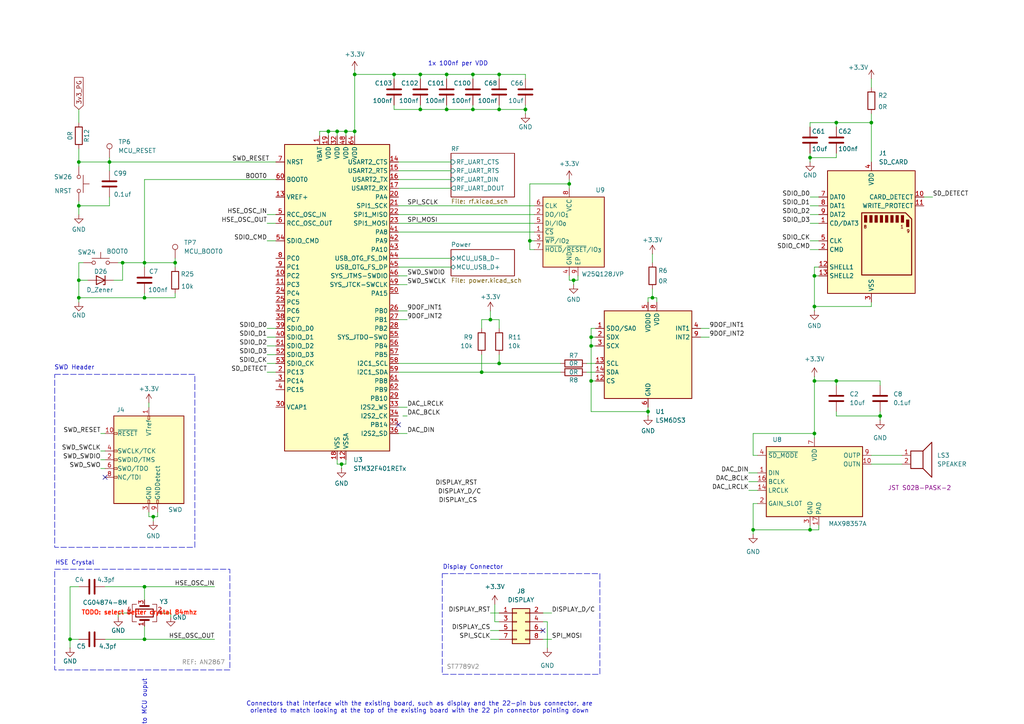
<source format=kicad_sch>
(kicad_sch (version 20250114) (generator "eeschema") (generator_version "9.0")
  (paper "A4")
  (rectangle (start 15.875 108.585) (end 56.515 158.75) (stroke (width 0) (type dash)))
  (rectangle (start 128.27 166.37) (end 173.99 195.58) (stroke (width 0) (type dash)))
  (rectangle (start 15.875 165.1) (end 66.675 194.31) (stroke (width 0) (type dash)))
  (text "ST7789V2" (at 129.54 194.31 0) (effects (font (size 1.27 1.27)) (justify left bottom)))
  (text "SWD Header" (at 15.748 107.442 0) (effects (font (size 1.27 1.27)) (justify left bottom)))
  (text "HSE Crystal" (at 16.002 162.56 0) (effects (font (size 1.27 1.27)) (justify left top)))
  (text "TODO: select better crystal 84mhz\n" (at 40.386 177.8 0) (effects (font (size 1.27 1.27) (thickness 0.254) (bold yes))))
  (text "REF: AN2867" (at 65.278 191.516 0) (effects (font (size 1.27 1.27)) (justify right top)))
  (text "1x 100nf per VDD" (at 132.842 18.542 0) (effects (font (size 1.27 1.27))))
  (text "Display Connector" (at 128.397 163.83 0) (effects (font (size 1.27 1.27)) (justify left top)))
  (text "seems connected to MCU ouput" (at 41.91 212.344 90) (effects (font (size 1.27 1.27))))
  (text "Connectors that interface with the existing board, such as display and the 22-pin bus connector, are\noriented to match looking at the top of the existing board with the 22 pin connector pointing down" (at 121.666 205.232 0) (effects (font (size 1.27 1.27))))
  (junction (at 144.78 105.41))
  (junction (at 41.91 170.18))
  (junction (at 242.57 110.49))
  (junction (at 95.25 38.1))
  (junction (at 48.26 279.4))
  (junction (at 171.45 100.33))
  (junction (at 236.22 80.01))
  (junction (at 144.78 21.59))
  (junction (at 139.7 107.95))
  (junction (at 100.33 38.1))
  (junction (at 99.06 134.62))
  (junction (at 234.95 153.67))
  (junction (at 22.86 46.99))
  (junction (at 137.16 31.75))
  (junction (at 31.75 46.99))
  (junction (at 236.22 88.9))
  (junction (at 129.54 31.75))
  (junction (at 41.91 76.2))
  (junction (at 187.96 119.38))
  (junction (at 142.24 92.71))
  (junction (at 152.4 31.75))
  (junction (at 20.32 185.42))
  (junction (at 121.92 31.75))
  (junction (at 102.87 21.59))
  (junction (at 41.91 185.42))
  (junction (at 242.57 35.56))
  (junction (at 255.27 120.65))
  (junction (at 218.44 153.67))
  (junction (at 166.37 81.28))
  (junction (at 114.3 21.59))
  (junction (at 50.8 76.2))
  (junction (at 22.86 86.36))
  (junction (at 171.45 97.79))
  (junction (at 189.23 86.36))
  (junction (at 234.95 45.72))
  (junction (at 165.1 53.34))
  (junction (at 41.91 86.36))
  (junction (at 22.86 81.28))
  (junction (at 153.67 69.85))
  (junction (at 44.45 149.86))
  (junction (at 35.56 76.2))
  (junction (at 144.78 31.75))
  (junction (at 102.87 38.1))
  (junction (at 121.92 21.59))
  (junction (at 129.54 21.59))
  (junction (at 252.73 35.56))
  (junction (at 236.22 110.49))
  (junction (at 236.22 125.73))
  (junction (at 137.16 21.59))
  (junction (at 171.45 110.49))
  (junction (at 22.86 59.69))
  (junction (at 97.79 38.1))
  (no_connect (at 115.57 123.19))
  (no_connect (at 30.48 138.43))
  (no_connect (at 157.48 182.88))
  (wire (pts (xy 22.86 86.36) (xy 41.91 86.36)))
  (wire (pts (xy 115.57 92.71) (xy 118.11 92.71)))
  (wire (pts (xy 31.75 57.15) (xy 31.75 59.69)))
  (wire (pts (xy 189.23 83.82) (xy 189.23 86.36)))
  (wire (pts (xy 20.32 185.42) (xy 20.32 187.96)))
  (wire (pts (xy 31.75 49.53) (xy 31.75 46.99)))
  (wire (pts (xy 99.06 134.62) (xy 100.33 134.62)))
  (wire (pts (xy 153.67 53.34) (xy 165.1 53.34)))
  (wire (pts (xy 139.7 95.25) (xy 139.7 92.71)))
  (wire (pts (xy 255.27 120.65) (xy 255.27 121.92)))
  (wire (pts (xy 157.48 177.8) (xy 160.02 177.8)))
  (wire (pts (xy 45.72 148.59) (xy 45.72 149.86)))
  (wire (pts (xy 22.86 46.99) (xy 22.86 48.26)))
  (wire (pts (xy 171.45 97.79) (xy 171.45 100.33)))
  (wire (pts (xy 234.95 35.56) (xy 242.57 35.56)))
  (wire (pts (xy 137.16 21.59) (xy 137.16 22.86)))
  (wire (pts (xy 22.86 31.75) (xy 22.86 35.56)))
  (wire (pts (xy 115.57 105.41) (xy 144.78 105.41)))
  (wire (pts (xy 45.72 279.4) (xy 48.26 279.4)))
  (wire (pts (xy 121.92 30.48) (xy 121.92 31.75)))
  (wire (pts (xy 218.44 153.67) (xy 218.44 154.94)))
  (wire (pts (xy 234.95 62.23) (xy 237.49 62.23)))
  (wire (pts (xy 62.23 185.42) (xy 41.91 185.42)))
  (wire (pts (xy 217.17 139.7) (xy 219.71 139.7)))
  (wire (pts (xy 29.21 125.73) (xy 30.48 125.73)))
  (wire (pts (xy 242.57 120.65) (xy 255.27 120.65)))
  (wire (pts (xy 35.56 257.81) (xy 35.56 260.35)))
  (wire (pts (xy 80.01 102.87) (xy 77.47 102.87)))
  (wire (pts (xy 102.87 38.1) (xy 100.33 38.1)))
  (wire (pts (xy 234.95 36.83) (xy 234.95 35.56)))
  (wire (pts (xy 100.33 134.62) (xy 100.33 133.35)))
  (wire (pts (xy 218.44 146.05) (xy 219.71 146.05)))
  (wire (pts (xy 187.96 87.63) (xy 187.96 86.36)))
  (wire (pts (xy 187.96 86.36) (xy 189.23 86.36)))
  (wire (pts (xy 166.37 81.28) (xy 166.37 82.55)))
  (wire (pts (xy 24.13 76.2) (xy 22.86 76.2)))
  (wire (pts (xy 142.24 177.8) (xy 144.78 177.8)))
  (wire (pts (xy 62.23 170.18) (xy 41.91 170.18)))
  (wire (pts (xy 35.56 76.2) (xy 41.91 76.2)))
  (wire (pts (xy 46.99 177.8) (xy 49.53 177.8)))
  (wire (pts (xy 234.95 64.77) (xy 237.49 64.77)))
  (wire (pts (xy 60.96 242.57) (xy 60.96 245.11)))
  (wire (pts (xy 29.21 135.89) (xy 30.48 135.89)))
  (wire (pts (xy 48.26 279.4) (xy 48.26 281.94)))
  (wire (pts (xy 5.08 270.51) (xy 5.08 273.05)))
  (wire (pts (xy 267.97 57.15) (xy 270.51 57.15)))
  (wire (pts (xy 66.04 279.4) (xy 66.04 278.13)))
  (wire (pts (xy 234.95 44.45) (xy 234.95 45.72)))
  (wire (pts (xy 115.57 49.53) (xy 130.81 49.53)))
  (wire (pts (xy 30.48 185.42) (xy 41.91 185.42)))
  (wire (pts (xy 165.1 52.07) (xy 165.1 53.34)))
  (wire (pts (xy 171.45 100.33) (xy 171.45 110.49)))
  (wire (pts (xy 143.51 180.34) (xy 144.78 180.34)))
  (wire (pts (xy 171.45 110.49) (xy 171.45 119.38)))
  (wire (pts (xy 142.24 90.17) (xy 142.24 92.71)))
  (wire (pts (xy 114.3 21.59) (xy 121.92 21.59)))
  (wire (pts (xy 114.3 31.75) (xy 114.3 30.48)))
  (wire (pts (xy 154.94 72.39) (xy 153.67 72.39)))
  (wire (pts (xy 153.67 72.39) (xy 153.67 69.85)))
  (wire (pts (xy 40.64 242.57) (xy 40.64 245.11)))
  (wire (pts (xy 80.01 105.41) (xy 77.47 105.41)))
  (wire (pts (xy 20.32 185.42) (xy 22.86 185.42)))
  (wire (pts (xy 129.54 31.75) (xy 121.92 31.75)))
  (wire (pts (xy 129.54 21.59) (xy 129.54 22.86)))
  (wire (pts (xy 115.57 125.73) (xy 118.11 125.73)))
  (wire (pts (xy 236.22 88.9) (xy 236.22 90.17)))
  (wire (pts (xy 22.86 46.99) (xy 31.75 46.99)))
  (wire (pts (xy 115.57 107.95) (xy 139.7 107.95)))
  (wire (pts (xy 102.87 21.59) (xy 114.3 21.59)))
  (wire (pts (xy -1.27 275.59) (xy 5.08 275.59)))
  (wire (pts (xy 20.32 170.18) (xy 20.32 185.42)))
  (wire (pts (xy 152.4 22.86) (xy 152.4 21.59)))
  (wire (pts (xy 166.37 81.28) (xy 165.1 81.28)))
  (wire (pts (xy 121.92 21.59) (xy 129.54 21.59)))
  (wire (pts (xy 170.18 105.41) (xy 172.72 105.41)))
  (wire (pts (xy 255.27 110.49) (xy 255.27 111.76)))
  (wire (pts (xy 22.86 43.18) (xy 22.86 46.99)))
  (wire (pts (xy 115.57 118.11) (xy 118.11 118.11)))
  (wire (pts (xy 152.4 31.75) (xy 152.4 33.02)))
  (wire (pts (xy 50.8 257.81) (xy 50.8 279.4)))
  (wire (pts (xy 217.17 137.16) (xy 219.71 137.16)))
  (wire (pts (xy 166.37 81.28) (xy 167.64 81.28)))
  (wire (pts (xy 115.57 54.61) (xy 130.81 54.61)))
  (wire (pts (xy 144.78 21.59) (xy 137.16 21.59)))
  (wire (pts (xy 44.45 149.86) (xy 43.18 149.86)))
  (wire (pts (xy 22.86 86.36) (xy 22.86 87.63)))
  (wire (pts (xy 114.3 21.59) (xy 114.3 22.86)))
  (wire (pts (xy 234.95 153.67) (xy 237.49 153.67)))
  (wire (pts (xy 80.01 95.25) (xy 77.47 95.25)))
  (wire (pts (xy -1.27 273.05) (xy 5.08 273.05)))
  (wire (pts (xy 236.22 109.22) (xy 236.22 110.49)))
  (wire (pts (xy 189.23 73.66) (xy 189.23 76.2)))
  (wire (pts (xy 102.87 20.32) (xy 102.87 21.59)))
  (wire (pts (xy 139.7 92.71) (xy 142.24 92.71)))
  (wire (pts (xy 152.4 30.48) (xy 152.4 31.75)))
  (wire (pts (xy 152.4 31.75) (xy 144.78 31.75)))
  (wire (pts (xy 252.73 22.86) (xy 252.73 25.4)))
  (wire (pts (xy 171.45 119.38) (xy 187.96 119.38)))
  (wire (pts (xy 236.22 77.47) (xy 236.22 80.01)))
  (wire (pts (xy 55.88 242.57) (xy 55.88 245.11)))
  (wire (pts (xy 35.56 81.28) (xy 35.56 76.2)))
  (wire (pts (xy 77.47 64.77) (xy 80.01 64.77)))
  (wire (pts (xy 22.86 170.18) (xy 20.32 170.18)))
  (wire (pts (xy 242.57 110.49) (xy 255.27 110.49)))
  (wire (pts (xy 22.86 59.69) (xy 31.75 59.69)))
  (wire (pts (xy 218.44 125.73) (xy 218.44 132.08)))
  (wire (pts (xy 95.25 38.1) (xy 95.25 39.37)))
  (wire (pts (xy 50.8 85.09) (xy 50.8 86.36)))
  (wire (pts (xy 121.92 21.59) (xy 121.92 22.86)))
  (wire (pts (xy 22.86 81.28) (xy 25.4 81.28)))
  (wire (pts (xy 115.57 46.99) (xy 130.81 46.99)))
  (wire (pts (xy 41.91 76.2) (xy 41.91 77.47)))
  (wire (pts (xy 95.25 38.1) (xy 97.79 38.1)))
  (wire (pts (xy 236.22 125.73) (xy 218.44 125.73)))
  (wire (pts (xy 234.95 72.39) (xy 237.49 72.39)))
  (wire (pts (xy 142.24 92.71) (xy 144.78 92.71)))
  (wire (pts (xy 252.73 134.62) (xy 261.62 134.62)))
  (wire (pts (xy 115.57 67.31) (xy 154.94 67.31)))
  (wire (pts (xy 237.49 153.67) (xy 237.49 152.4)))
  (wire (pts (xy 115.57 77.47) (xy 130.81 77.47)))
  (wire (pts (xy 234.95 45.72) (xy 234.95 46.99)))
  (wire (pts (xy 129.54 30.48) (xy 129.54 31.75)))
  (wire (pts (xy 252.73 35.56) (xy 252.73 46.99)))
  (wire (pts (xy 115.57 90.17) (xy 118.11 90.17)))
  (wire (pts (xy 22.86 81.28) (xy 22.86 86.36)))
  (wire (pts (xy 41.91 86.36) (xy 41.91 85.09)))
  (wire (pts (xy 189.23 86.36) (xy 190.5 86.36)))
  (wire (pts (xy 22.86 59.69) (xy 22.86 58.42)))
  (wire (pts (xy 218.44 146.05) (xy 218.44 153.67)))
  (wire (pts (xy 30.48 133.35) (xy 29.21 133.35)))
  (wire (pts (xy 234.95 45.72) (xy 242.57 45.72)))
  (wire (pts (xy 236.22 80.01) (xy 236.22 88.9)))
  (wire (pts (xy 144.78 105.41) (xy 162.56 105.41)))
  (wire (pts (xy 50.8 86.36) (xy 41.91 86.36)))
  (wire (pts (xy 255.27 120.65) (xy 255.27 119.38)))
  (wire (pts (xy 60.96 257.81) (xy 60.96 260.35)))
  (wire (pts (xy 236.22 110.49) (xy 236.22 125.73)))
  (wire (pts (xy 45.72 257.81) (xy 45.72 279.4)))
  (wire (pts (xy 172.72 110.49) (xy 171.45 110.49)))
  (wire (pts (xy 58.42 257.81) (xy 58.42 260.35)))
  (wire (pts (xy 144.78 31.75) (xy 137.16 31.75)))
  (wire (pts (xy 171.45 97.79) (xy 172.72 97.79)))
  (wire (pts (xy 252.73 88.9) (xy 252.73 87.63)))
  (wire (pts (xy 50.8 74.93) (xy 50.8 76.2)))
  (wire (pts (xy 252.73 33.02) (xy 252.73 35.56)))
  (wire (pts (xy 44.45 149.86) (xy 44.45 151.13)))
  (wire (pts (xy 236.22 110.49) (xy 242.57 110.49)))
  (wire (pts (xy 40.64 257.81) (xy 40.64 260.35)))
  (wire (pts (xy 144.78 30.48) (xy 144.78 31.75)))
  (wire (pts (xy 144.78 92.71) (xy 144.78 95.25)))
  (wire (pts (xy 41.91 185.42) (xy 41.91 181.61)))
  (wire (pts (xy 237.49 77.47) (xy 236.22 77.47)))
  (wire (pts (xy 33.02 81.28) (xy 35.56 81.28)))
  (wire (pts (xy 5.08 275.59) (xy 5.08 278.13)))
  (wire (pts (xy 139.7 102.87) (xy 139.7 107.95)))
  (wire (pts (xy 43.18 116.84) (xy 43.18 118.11)))
  (wire (pts (xy 142.24 185.42) (xy 144.78 185.42)))
  (wire (pts (xy 187.96 119.38) (xy 187.96 120.65)))
  (wire (pts (xy 115.57 52.07) (xy 130.81 52.07)))
  (wire (pts (xy 43.18 257.81) (xy 43.18 260.35)))
  (wire (pts (xy 41.91 52.07) (xy 80.01 52.07)))
  (wire (pts (xy 41.91 76.2) (xy 50.8 76.2)))
  (wire (pts (xy 242.57 44.45) (xy 242.57 45.72)))
  (wire (pts (xy 115.57 80.01) (xy 118.11 80.01)))
  (wire (pts (xy 55.88 279.4) (xy 66.04 279.4)))
  (wire (pts (xy 95.25 38.1) (xy 92.71 38.1)))
  (wire (pts (xy 34.29 179.07) (xy 34.29 177.8)))
  (wire (pts (xy 31.75 45.72) (xy 31.75 46.99)))
  (wire (pts (xy 115.57 59.69) (xy 154.94 59.69)))
  (wire (pts (xy 30.48 130.81) (xy 29.21 130.81)))
  (wire (pts (xy 97.79 134.62) (xy 99.06 134.62)))
  (wire (pts (xy 167.64 81.28) (xy 167.64 80.01)))
  (wire (pts (xy 115.57 62.23) (xy 154.94 62.23)))
  (wire (pts (xy 144.78 102.87) (xy 144.78 105.41)))
  (wire (pts (xy 129.54 21.59) (xy 137.16 21.59)))
  (wire (pts (xy 55.88 257.81) (xy 55.88 279.4)))
  (wire (pts (xy 142.24 182.88) (xy 144.78 182.88)))
  (wire (pts (xy 99.06 134.62) (xy 99.06 135.89)))
  (wire (pts (xy 48.26 257.81) (xy 48.26 279.4)))
  (wire (pts (xy 203.2 95.25) (xy 205.74 95.25)))
  (wire (pts (xy 45.72 242.57) (xy 45.72 245.11)))
  (wire (pts (xy 38.1 242.57) (xy 38.1 245.11)))
  (wire (pts (xy 218.44 153.67) (xy 234.95 153.67)))
  (wire (pts (xy 234.95 152.4) (xy 234.95 153.67)))
  (wire (pts (xy 97.79 38.1) (xy 97.79 39.37)))
  (wire (pts (xy 50.8 242.57) (xy 50.8 245.11)))
  (wire (pts (xy 242.57 35.56) (xy 242.57 36.83)))
  (wire (pts (xy 43.18 149.86) (xy 43.18 148.59)))
  (wire (pts (xy 242.57 119.38) (xy 242.57 120.65)))
  (wire (pts (xy 171.45 100.33) (xy 172.72 100.33)))
  (wire (pts (xy 41.91 170.18) (xy 41.91 173.99)))
  (wire (pts (xy 50.8 279.4) (xy 48.26 279.4)))
  (wire (pts (xy 234.95 59.69) (xy 237.49 59.69)))
  (wire (pts (xy 121.92 31.75) (xy 114.3 31.75)))
  (wire (pts (xy 190.5 86.36) (xy 190.5 87.63)))
  (wire (pts (xy 115.57 64.77) (xy 154.94 64.77)))
  (wire (pts (xy 116.84 120.65) (xy 118.11 120.65)))
  (wire (pts (xy 102.87 38.1) (xy 102.87 39.37)))
  (wire (pts (xy 236.22 80.01) (xy 237.49 80.01)))
  (wire (pts (xy 97.79 38.1) (xy 100.33 38.1)))
  (wire (pts (xy 165.1 53.34) (xy 165.1 54.61)))
  (wire (pts (xy 115.57 74.93) (xy 130.81 74.93)))
  (wire (pts (xy 236.22 125.73) (xy 236.22 127)))
  (wire (pts (xy 218.44 132.08) (xy 219.71 132.08)))
  (wire (pts (xy 153.67 69.85) (xy 153.67 53.34)))
  (wire (pts (xy 100.33 38.1) (xy 100.33 39.37)))
  (wire (pts (xy 30.48 170.18) (xy 41.91 170.18)))
  (wire (pts (xy 252.73 132.08) (xy 261.62 132.08)))
  (wire (pts (xy 77.47 69.85) (xy 80.01 69.85)))
  (wire (pts (xy 236.22 88.9) (xy 252.73 88.9)))
  (wire (pts (xy 48.26 242.57) (xy 48.26 245.11)))
  (wire (pts (xy 38.1 257.81) (xy 38.1 260.35)))
  (wire (pts (xy 34.29 177.8) (xy 36.83 177.8)))
  (wire (pts (xy 242.57 35.56) (xy 252.73 35.56)))
  (wire (pts (xy 154.94 69.85) (xy 153.67 69.85)))
  (wire (pts (xy 217.17 142.24) (xy 219.71 142.24)))
  (wire (pts (xy 144.78 21.59) (xy 144.78 22.86)))
  (wire (pts (xy 102.87 21.59) (xy 102.87 38.1)))
  (wire (pts (xy 35.56 76.2) (xy 34.29 76.2)))
  (wire (pts (xy 203.2 97.79) (xy 205.74 97.79)))
  (wire (pts (xy 50.8 77.47) (xy 50.8 76.2)))
  (wire (pts (xy 45.72 149.86) (xy 44.45 149.86)))
  (wire (pts (xy 157.48 185.42) (xy 160.02 185.42)))
  (wire (pts (xy 58.42 242.57) (xy 58.42 245.11)))
  (wire (pts (xy 152.4 21.59) (xy 144.78 21.59)))
  (wire (pts (xy 171.45 95.25) (xy 171.45 97.79)))
  (wire (pts (xy 80.01 97.79) (xy 77.47 97.79)))
  (wire (pts (xy 80.01 100.33) (xy 77.47 100.33)))
  (wire (pts (xy 172.72 95.25) (xy 171.45 95.25)))
  (wire (pts (xy 49.53 177.8) (xy 49.53 179.07)))
  (wire (pts (xy 53.34 242.57) (xy 53.34 245.11)))
  (wire (pts (xy 242.57 110.49) (xy 242.57 111.76)))
  (wire (pts (xy 35.56 242.57) (xy 35.56 245.11)))
  (wire (pts (xy 97.79 133.35) (xy 97.79 134.62)))
  (wire (pts (xy 137.16 30.48) (xy 137.16 31.75)))
  (wire (pts (xy 22.86 76.2) (xy 22.86 81.28)))
  (wire (pts (xy 143.51 175.26) (xy 143.51 180.34)))
  (wire (pts (xy 187.96 118.11) (xy 187.96 119.38)))
  (wire (pts (xy 158.75 180.34) (xy 158.75 187.96)))
  (wire (pts (xy 43.18 242.57) (xy 43.18 245.11)))
  (wire (pts (xy 22.86 59.69) (xy 22.86 62.23)))
  (wire (pts (xy 170.18 107.95) (xy 172.72 107.95)))
  (wire (pts (xy 31.75 46.99) (xy 80.01 46.99)))
  (wire (pts (xy 80.01 107.95) (xy 77.47 107.95)))
  (wire (pts (xy 158.75 180.34) (xy 157.48 180.34)))
  (wire (pts (xy 139.7 107.95) (xy 162.56 107.95)))
  (wire (pts (xy 234.95 69.85) (xy 237.49 69.85)))
  (wire (pts (xy 115.57 82.55) (xy 118.11 82.55)))
  (wire (pts (xy 137.16 31.75) (xy 129.54 31.75)))
  (wire (pts (xy 41.91 52.07) (xy 41.91 76.2)))
  (wire (pts (xy 77.47 62.23) (xy 80.01 62.23)))
  (wire (pts (xy 92.71 38.1) (xy 92.71 39.37)))
  (wire (pts (xy 234.95 57.15) (xy 237.49 57.15)))
  (wire (pts (xy 165.1 80.01) (xy 165.1 81.28)))
  (label "FRONT_G_IR" (at 45.72 242.57 90))
  (label "HSE_OSC_OUT" (at 77.47 64.77 180))
  (label "IR_EMITTER+" (at 38.1 260.35 270))
  (label "9DOF_INT1" (at 118.11 90.17 0))
  (label "SPI_MOSI" (at 160.02 185.42 0))
  (label "BTN_TRIGGER+" (at 58.42 260.35 270))
  (label "BTN_RELOAD+" (at 60.96 260.35 270))
  (label "SPI_MOSI" (at 118.11 64.77 0))
  (label "DAC_LRCLK" (at 118.11 118.11 0))
  (label "SDIO_D0" (at 234.95 57.15 180))
  (label "DAC_BCLK" (at 118.11 120.65 0))
  (label "LASER-" (at 35.56 242.57 90))
  (label "DISPLAY_D{slash}C" (at 127 143.51 0))
  (label "SWD_RESET" (at 67.31 46.99 0))
  (label "SWD_RESET" (at 29.21 125.73 180))
  (label "HSE_OSC_OUT" (at 62.23 185.42 180))
  (label "FRONT_Y_LED?" (at 50.8 242.57 90))
  (label "DAC_LRCLK" (at 217.17 142.24 180))
  (label "DISPLAY_D{slash}C" (at 160.02 177.8 0))
  (label "DISPLAY_RST" (at 142.24 177.8 180))
  (label "SDIO_D0" (at 77.47 95.25 180))
  (label "BOOT0" (at 77.47 52.07 180))
  (label "BTN_RELOAD-" (at 60.96 242.57 90))
  (label "SDIO_CMD" (at 77.47 69.85 180))
  (label "9DOF_INT2" (at 205.74 97.79 0))
  (label "SPI_SCLK" (at 118.11 59.69 0))
  (label "SDIO_CMD" (at 234.95 72.39 180))
  (label "SWD_SWDIO" (at 118.11 80.01 0))
  (label "SENSE_GRIP_GND" (at 48.26 260.35 270))
  (label "DAC_DIN" (at 118.11 125.73 0))
  (label "FRONT_W_3v3?" (at 43.18 242.57 90))
  (label "DAC_DIN" (at 217.17 137.16 180))
  (label "BTN_MENU_GND" (at 45.72 260.35 270))
  (label "CAP_DOUT" (at 53.34 242.57 90))
  (label "DISPLAY_CS" (at 138.43 146.05 180))
  (label "SDIO_CK" (at 234.95 69.85 180))
  (label "MOTOR+" (at 40.64 260.35 270))
  (label "SDIO_D1" (at 234.95 59.69 180))
  (label "IR_EMITTER-" (at 38.1 242.57 90))
  (label "SWD_SWO" (at 29.21 135.89 180))
  (label "SWD_SWDIO" (at 29.21 133.35 180))
  (label "BTN_TRIGGER-" (at 58.42 242.57 90))
  (label "LASER+" (at 35.56 260.35 270))
  (label "SDIO_D3" (at 77.47 102.87 180))
  (label "9DOF_INT1" (at 205.74 95.25 0))
  (label "BTN_MENU_3v3" (at 55.88 260.35 270))
  (label "SDIO_D2" (at 234.95 62.23 180))
  (label "SPI_SCLK" (at 142.24 185.42 180))
  (label "DISPLAY_CS" (at 142.24 182.88 180))
  (label "SWD_SWCLK" (at 29.21 130.81 180))
  (label "HSE_OSC_IN" (at 62.23 170.18 180))
  (label "SDIO_CK" (at 77.47 105.41 180))
  (label "9DOF_INT2" (at 118.11 92.71 0))
  (label "SDIO_D3" (at 234.95 64.77 180))
  (label "HSE_OSC_IN" (at 77.47 62.23 180))
  (label "SWD_SWCLK" (at 118.11 82.55 0))
  (label "DAC_BCLK" (at 217.17 139.7 180))
  (label "MOTOR-" (at 40.64 242.57 90))
  (label "DISPLAY_RST" (at 138.43 140.97 180))
  (label "SENSE_GRIP+" (at 48.26 242.57 90))
  (label "SDIO_D2" (at 77.47 100.33 180))
  (label "SD_DETECT" (at 270.51 57.15 0))
  (label "SENSE_GRIP_GND" (at 50.8 260.35 270))
  (label "BTN_MENU" (at 55.88 242.57 90))
  (label "SD_DETECT" (at 77.47 107.95 180))
  (label "FRONT_R_7.4v" (at 43.18 260.35 270))
  (label "SDIO_D1" (at 77.47 97.79 180))
  (global_label "3v3_PG" (shape input) (at 22.86 31.75 90) (property "Intersheetrefs" "${INTERSHEET_REFS}" (effects (hide yes))))
  (symbol (lib_id "power:+3.3V") (at 43.18 116.84 0) (unit 1)
    (property "Reference" "#PWR089" (effects (hide yes)))
    (property "Value" "+3.3V" (at 43.18 112.776 0))
    (property "Description" "Power symbol creates a global label with name \"+3.3V\"" (effects (hide yes)))
  )
  (symbol (lib_id "power:GND") (at 234.95 46.99 0) (mirror y) (unit 1)
    (property "Reference" "#PWR0100" (effects (hide yes)))
    (property "Value" "GND" (at 234.95 50.8 0))
    (property "Description" "Power symbol creates a global label with name \"GND\" , ground" (effects (hide yes)))
  )
  (symbol (lib_id "power:GND") (at 22.86 62.23 0) (mirror y) (unit 1)
    (property "Reference" "#PWR0139" (effects (hide yes)))
    (property "Value" "GND" (at 22.86 66.548 0))
    (property "Description" "Power symbol creates a global label with name \"GND\" , ground" (effects (hide yes)))
  )
  (symbol (lib_id "Device:C") (at 26.67 170.18 90) (unit 1)
    (property "Reference" "C4" (at 24.384 168.148 90) (effects (justify left)))
    (property "Value" "4.3pf" (at 33.274 168.148 90) (effects (justify left)))
    (property "Description" "Unpolarized capacitor" (effects (hide yes)))
  )
  (symbol (lib_id "power:GND") (at 236.22 90.17 0) (mirror y) (unit 1)
    (property "Reference" "#PWR0126" (effects (hide yes)))
    (property "Value" "GND" (at 236.22 94.488 0))
    (property "Description" "Power symbol creates a global label with name \"GND\" , ground" (effects (hide yes)))
  )
  (symbol (lib_id "power:+3.3V") (at 189.23 73.66 0) (unit 1)
    (property "Reference" "#PWR090" (effects (hide yes)))
    (property "Value" "+3.3V" (at 189.23 69.596 0))
    (property "Description" "Power symbol creates a global label with name \"+3.3V\"" (effects (hide yes)))
  )
  (symbol (lib_id "power:GND") (at 49.53 179.07 0) (mirror y) (unit 1)
    (property "Reference" "#PWR080" (effects (hide yes)))
    (property "Value" "GND" (at 52.07 179.07 0))
    (property "Description" "Power symbol creates a global label with name \"GND\" , ground" (effects (hide yes)))
  )
  (symbol (lib_id "Device:C") (at 137.16 26.67 0) (mirror y) (unit 1)
    (property "Reference" "C100" (at 136.652 24.13 0) (effects (justify left)))
    (property "Value" "100nf" (at 136.652 29.21 0) (effects (justify left)))
    (property "Description" "Unpolarized capacitor" (effects (hide yes)))
  )
  (symbol (lib_id "Device:C") (at 41.91 81.28 0) (unit 1)
    (property "Reference" "C7" (at 43.18 78.74 0) (effects (justify left)))
    (property "Value" "100nf" (at 42.926 84.074 0) (effects (justify left)))
    (property "Description" "Unpolarized capacitor" (effects (hide yes)))
  )
  (symbol (lib_id "Device:R") (at 139.7 99.06 0) (mirror y) (unit 1)
    (property "Reference" "R9" (at 137.16 97.7899 0) (effects (justify left)))
    (property "Value" "10k" (at 137.16 100.3299 0) (effects (justify left)))
    (property "Description" "Resistor" (effects (hide yes)))
  )
  (symbol (lib_id "power:+3.3V") (at 165.1 52.07 0) (unit 1)
    (property "Reference" "#PWR0137" (effects (hide yes)))
    (property "Value" "+3.3V" (at 165.1 47.498 0))
    (property "Description" "Power symbol creates a global label with name \"+3.3V\"" (effects (hide yes)))
  )
  (symbol (lib_id "Connector:TestPoint") (at 31.75 45.72 0) (unit 1)
    (property "Reference" "TP6" (at 34.29 41.1479 0) (effects (justify left)))
    (property "Value" "MCU_RESET" (at 34.29 43.6879 0) (effects (justify left)))
    (property "Description" "test point" (effects (hide yes)))
  )
  (symbol (lib_id "Device:C") (at 144.78 26.67 0) (mirror y) (unit 1)
    (property "Reference" "C68" (at 144.272 24.13 0) (effects (justify left)))
    (property "Value" "100nf" (at 144.272 29.21 0) (effects (justify left)))
    (property "Description" "Unpolarized capacitor" (effects (hide yes)))
  )
  (symbol (lib_id "MCU_ST_STM32F4:STM32F401RETx") (at 97.79 87.63 0) (unit 1)
    (property "Reference" "U3" (at 102.4733 133.35 0) (effects (justify left)))
    (property "Value" "STM32F401RETx" (at 102.4733 135.89 0) (effects (justify left)))
    (property "Footprint" "Package_QFP:LQFP-64_10x10mm_P0.5mm" (effects (hide yes)))
    (property "Datasheet" "https://www.st.com/resource/en/datasheet/stm32f401re.pdf" (effects (hide yes)))
    (property "Description" "STMicroelectronics Arm Cortex-M4 MCU, 512KB flash, 96KB RAM, 84 MHz, 1.7-3.6V, 50 GPIO, LQFP64" (effects (hide yes)))
    (pin "6" (alternate "RCC_OSC_OUT"))
    (pin "39" (alternate "SDIO_D0"))
    (pin "54" (alternate "SDIO_CMD"))
    (pin "51" (alternate "SDIO_D2"))
    (pin "40" (alternate "SDIO_D1"))
    (pin "5" (alternate "RCC_OSC_IN"))
    (pin "14" (alternate "USART2_CTS"))
    (pin "15" (alternate "USART2_RTS"))
    (pin "16" (alternate "USART2_TX"))
    (pin "52" (alternate "SDIO_D3"))
    (pin "17" (alternate "USART2_RX"))
    (pin "44" (alternate "USB_OTG_FS_DM"))
    (pin "45" (alternate "USB_OTG_FS_DP"))
    (pin "46" (alternate "SYS_JTMS-SWDIO"))
    (pin "49" (alternate "SYS_JTCK-SWCLK"))
    (pin "55" (alternate "SYS_JTDO-SWO"))
    (pin "58" (alternate "I2C1_SCL"))
    (pin "59" (alternate "I2C1_SDA"))
    (pin "33" (alternate "I2S2_WS"))
    (pin "34" (alternate "I2S2_CK"))
    (pin "36" (alternate "I2S2_SD"))
    (pin "53" (alternate "SDIO_CK"))
    (pin "20" (alternate "PA4"))
    (pin "21" (alternate "SPI1_SCK"))
    (pin "22" (alternate "SPI1_MISO"))
    (pin "23" (alternate "SPI1_MOSI"))
    (pin "10" (alternate "PC2"))
  )
  (symbol (lib_id "power:+3.3V") (at 142.24 90.17 0) (unit 1)
    (property "Reference" "#PWR095" (effects (hide yes)))
    (property "Value" "+3.3V" (at 142.24 86.106 0))
    (property "Description" "Power symbol creates a global label with name \"+3.3V\"" (effects (hide yes)))
  )
  (symbol (lib_id "Device:R") (at 22.86 39.37 0) (unit 1)
    (property "Reference" "R12" (at 25.146 39.37 90))
    (property "Value" "0R" (at 20.32 39.37 90))
    (property "Description" "Resistor" (effects (hide yes)))
  )
  (symbol (lib_id "power:+3.3V") (at 236.22 109.22 0) (unit 1)
    (property "Reference" "#PWR011" (effects (hide yes)))
    (property "Value" "+3.3V" (at 236.22 104.14 0))
    (property "Description" "Power symbol creates a global label with name \"+3.3V\"" (effects (hide yes)))
  )
  (symbol (lib_id "Device:R") (at 50.8 81.28 0) (mirror y) (unit 1)
    (property "Reference" "R25" (at 54.356 79.502 0))
    (property "Value" "10k" (at 54.356 83.058 0))
    (property "Description" "Resistor" (effects (hide yes)))
  )
  (symbol (lib_id "power:+3.3V") (at 143.51 175.26 0) (unit 1)
    (property "Reference" "#PWR09" (effects (hide yes)))
    (property "Value" "+3.3V" (at 143.51 170.18 0))
    (property "Description" "Power symbol creates a global label with name \"+3.3V\"" (effects (hide yes)))
  )
  (symbol (lib_id "Device:Speaker") (at -5.08 234.95 0) (mirror y) (unit 1)
    (property "Reference" "LS2" (at -5.588 226.06 0))
    (property "Value" "Speaker" (at -5.588 228.6 0))
    (property "Description" "Speaker" (effects (hide yes)))
    (property "Conn" "JST S02B-PASK-2" (at -5.08 244.094 0))
  )
  (symbol (lib_id "power:+3.3V") (at 66.04 278.13 0) (unit 1)
    (property "Reference" "#PWR07" (effects (hide yes)))
    (property "Value" "+3.3V" (at 66.04 273.05 0))
    (property "Description" "Power symbol creates a global label with name \"+3.3V\"" (effects (hide yes)))
  )
  (symbol (lib_id "Device:C") (at 234.95 40.64 0) (unit 1)
    (property "Reference" "C61" (at 235.458 38.1 0) (effects (justify left)))
    (property "Value" "10uf" (at 235.458 43.18 0) (effects (justify left)))
    (property "Description" "Unpolarized capacitor" (effects (hide yes)))
  )
  (symbol (lib_id "Device:C") (at 129.54 26.67 0) (mirror y) (unit 1)
    (property "Reference" "C101" (at 129.032 24.13 0) (effects (justify left)))
    (property "Value" "100nf" (at 129.032 29.21 0) (effects (justify left)))
    (property "Description" "Unpolarized capacitor" (effects (hide yes)))
  )
  (symbol (lib_id "power:GND") (at 255.27 121.92 0) (unit 1)
    (property "Reference" "#PWR012" (effects (hide yes)))
    (property "Value" "GND" (at 255.27 127 0))
    (property "Description" "Power symbol creates a global label with name \"GND\" , ground" (effects (hide yes)))
  )
  (symbol (lib_id "Connector_Generic:Conn_02x11_Odd_Even") (at 48.26 250.19 90) (mirror x) (unit 1)
    (property "Reference" "J9" (at 33.02 250.1899 90) (effects (justify left)))
    (property "Value" "IO_CONN" (at 33.02 252.7299 90) (effects (justify left)))
    (property "Description" "Generic connector, double row, 02x11, odd/even pin numbering scheme (row 1 odd numbers, row 2 even numbers), script generated (kicad-library-utils/schlib/autogen/connector/)" (effects (hide yes)))
  )
  (symbol (lib_id "Connector:SD_Card_Receptacle") (at 252.73 67.31 0) (unit 1)
    (property "Reference" "J1" (at 254.8733 44.45 0) (effects (justify left)))
    (property "Value" "SD_CARD" (at 254.8733 46.99 0) (effects (justify left)))
    (property "Datasheet" "http://portal.fciconnect.com/Comergent//fci/drawing/10067847.pdf" (effects (hide yes)))
    (property "Description" "SD card receptacle" (effects (hide yes)))
  )
  (symbol (lib_id "Device:Speaker") (at 266.7 132.08 0) (unit 1)
    (property "Reference" "LS3" (at 271.78 132.0799 0) (effects (justify left)))
    (property "Value" "SPEAKER" (at 271.78 134.6199 0) (effects (justify left)))
    (property "Description" "Speaker" (effects (hide yes)))
    (property "Conn" "JST S02B-PASK-2" (at 266.7 141.478 0))
  )
  (symbol (lib_id "power:GND") (at 20.32 187.96 0) (mirror y) (unit 1)
    (property "Reference" "#PWR082" (effects (hide yes)))
    (property "Value" "GND" (at 20.32 191.77 0))
    (property "Description" "Power symbol creates a global label with name \"GND\" , ground" (effects (hide yes)))
  )
  (symbol (lib_id "Device:D_Zener") (at 29.21 81.28 180) (unit 1)
    (property "Reference" "D26" (at 29.21 78.74 0))
    (property "Value" "D_Zener" (at 28.956 84.074 0))
    (property "Description" "Zener diode" (effects (hide yes)))
  )
  (symbol (lib_id "Audio:MAX98357A") (at 236.22 139.7 0) (unit 1)
    (property "Reference" "U8" (at 224.028 127.508 0) (effects (justify left)))
    (property "Value" "MAX98357A" (at 240.284 151.892 0) (effects (justify left)))
    (property "Footprint" "Package_DFN_QFN:TQFN-16-1EP_3x3mm_P0.5mm_EP1.23x1.23mm" (effects (hide yes)))
    (property "Datasheet" "https://www.analog.com/media/en/technical-documentation/data-sheets/MAX98357A-MAX98357B.pdf" (effects (hide yes)))
    (property "Description" "Mono DAC with amplifier, I2S, PCM, TDM, 32-bit, 96khz, 3.2W, TQFP-16" (effects (hide yes)))
  )
  (symbol (lib_id "Device:R") (at 252.73 29.21 0) (unit 1)
    (property "Reference" "R2" (at 256.032 27.686 0))
    (property "Value" "0R" (at 256.032 30.988 0))
    (property "Description" "Resistor" (effects (hide yes)))
  )
  (symbol (lib_id "Device:R") (at 166.37 107.95 90) (mirror x) (unit 1)
    (property "Reference" "R8" (at 166.37 110.236 90))
    (property "Value" "0R" (at 166.37 107.95 90))
    (property "Description" "Resistor" (effects (hide yes)))
  )
  (symbol (lib_id "power:GND") (at 152.4 33.02 0) (unit 1)
    (property "Reference" "#PWR0102" (effects (hide yes)))
    (property "Value" "GND" (at 152.4 36.83 0))
    (property "Description" "Power symbol creates a global label with name \"GND\" , ground" (effects (hide yes)))
  )
  (symbol (lib_id "power:GND") (at 48.26 281.94 0) (unit 1)
    (property "Reference" "#PWR06" (effects (hide yes)))
    (property "Value" "GND" (at 48.26 287.02 0))
    (property "Description" "Power symbol creates a global label with name \"GND\" , ground" (effects (hide yes)))
  )
  (symbol (lib_id "power:+3.3V") (at 252.73 22.86 0) (unit 1)
    (property "Reference" "#PWR0127" (effects (hide yes)))
    (property "Value" "+3.3V" (at 248.92 19.558 0))
    (property "Description" "Power symbol creates a global label with name \"+3.3V\"" (effects (hide yes)))
  )
  (symbol (lib_id "Device:C") (at 121.92 26.67 0) (mirror y) (unit 1)
    (property "Reference" "C102" (at 121.412 24.13 0) (effects (justify left)))
    (property "Value" "100nf" (at 121.412 29.21 0) (effects (justify left)))
    (property "Description" "Unpolarized capacitor" (effects (hide yes)))
  )
  (symbol (lib_id "Connector:TestPoint") (at 50.8 74.93 0) (unit 1)
    (property "Reference" "TP7" (at 53.34 70.3579 0) (effects (justify left)))
    (property "Value" "MCU_BOOT0" (at 53.34 72.8979 0) (effects (justify left)))
    (property "Description" "test point" (effects (hide yes)))
  )
  (symbol (lib_id "Device:C") (at 242.57 115.57 0) (unit 1)
    (property "Reference" "C2" (at 246.38 114.2999 0) (effects (justify left)))
    (property "Value" "10uf" (at 246.38 116.8399 0) (effects (justify left)))
    (property "Description" "Unpolarized capacitor" (effects (hide yes)))
  )
  (symbol (lib_id "Connector:Conn_ARM_JTAG_SWD_10") (at 43.18 133.35 0) (mirror y) (unit 1)
    (property "Reference" "J4" (at 33.782 118.872 0) (effects (justify right)))
    (property "Value" "SWD" (at 48.768 147.828 0) (effects (justify right)))
    (property "Footprint" "Connector_PinHeader_1.27mm:PinHeader_2x05_P1.27mm_Vertical" (effects (hide yes)))
    (property "Datasheet" "http://infocenter.arm.com/help/topic/com.arm.doc.ddi0314h/DDI0314H_coresight_components_trm.pdf" (effects (hide yes)))
    (property "Description" "Cortex Debug Connector, standard ARM Cortex-M SWD and JTAG interface" (effects (hide yes)))
  )
  (symbol (lib_id "Device:C") (at 242.57 40.64 0) (unit 1)
    (property "Reference" "C62" (at 243.078 38.1 0) (effects (justify left)))
    (property "Value" "100nf" (at 243.078 43.18 0) (effects (justify left)))
    (property "Description" "Unpolarized capacitor" (effects (hide yes)))
  )
  (symbol (lib_id "Device:R") (at 189.23 80.01 0) (unit 1)
    (property "Reference" "R6" (at 192.278 78.486 0))
    (property "Value" "0R" (at 192.278 81.534 0))
    (property "Description" "Resistor" (effects (hide yes)))
  )
  (symbol (lib_id "power:GND") (at 44.45 151.13 0) (unit 1)
    (property "Reference" "#PWR083" (effects (hide yes)))
    (property "Value" "GND" (at 44.45 155.448 0))
    (property "Description" "Power symbol creates a global label with name \"GND\" , ground" (effects (hide yes)))
  )
  (symbol (lib_id "power:GND") (at 99.06 135.89 0) (mirror y) (unit 1)
    (property "Reference" "#PWR0144" (effects (hide yes)))
    (property "Value" "GND" (at 99.06 140.208 0))
    (property "Description" "Power symbol creates a global label with name \"GND\" , ground" (effects (hide yes)))
  )
  (symbol (lib_id "Device:C") (at 114.3 26.67 0) (mirror y) (unit 1)
    (property "Reference" "C103" (at 113.792 24.13 0) (effects (justify left)))
    (property "Value" "100nf" (at 113.792 29.21 0) (effects (justify left)))
    (property "Description" "Unpolarized capacitor" (effects (hide yes)))
  )
  (symbol (lib_id "Device:R") (at 144.78 99.06 0) (unit 1)
    (property "Reference" "R11" (at 147.32 97.7899 0) (effects (justify left)))
    (property "Value" "10k" (at 147.32 100.3299 0) (effects (justify left)))
    (property "Description" "Resistor" (effects (hide yes)))
  )
  (symbol (lib_id "Switch:SW_Push") (at 29.21 76.2 0) (unit 1)
    (property "Reference" "SW24" (at 25.146 73.152 0))
    (property "Value" "BOOT0" (at 34.036 72.898 0))
    (property "Description" "Push button switch, generic, two pins" (effects (hide yes)))
  )
  (symbol (lib_id "Connector:Conn_01x02_Socket") (at -6.35 273.05 0) (mirror y) (unit 1)
    (property "Reference" "J7" (at -6.35 269.748 0))
    (property "Value" "TETHER_DATA" (at -6.35 267.208 0))
    (property "Description" "Generic connector, single row, 01x02, script generated" (effects (hide yes)))
    (property "Conn" "JST S02B-PASK-2" (at -6.35 278.638 0))
  )
  (symbol (lib_id "Device:C") (at 31.75 53.34 180) (unit 1)
    (property "Reference" "C99" (at 36.83 50.292 0) (effects (justify left)))
    (property "Value" "0.1uf" (at 38.1 56.388 0) (effects (justify left)))
    (property "Description" "Unpolarized capacitor" (effects (hide yes)))
  )
  (symbol (lib_id "Device:C") (at 152.4 26.67 0) (mirror y) (unit 1)
    (property "Reference" "C66" (at 151.892 24.13 0) (effects (justify left)))
    (property "Value" "10uf" (at 151.892 29.21 0) (effects (justify left)))
    (property "Description" "Unpolarized capacitor" (effects (hide yes)))
  )
  (symbol (lib_id "power:+3.3V") (at 102.87 20.32 0) (mirror y) (unit 1)
    (property "Reference" "#PWR0140" (effects (hide yes)))
    (property "Value" "+3.3V" (at 102.87 15.748 0))
    (property "Description" "Power symbol creates a global label with name \"+3.3V\"" (effects (hide yes)))
  )
  (symbol (lib_id "power:GND") (at 34.29 179.07 0) (mirror y) (unit 1)
    (property "Reference" "#PWR081" (effects (hide yes)))
    (property "Value" "GND" (at 34.29 182.88 0))
    (property "Description" "Power symbol creates a global label with name \"GND\" , ground" (effects (hide yes)))
  )
  (symbol (lib_id "power:GND") (at 158.75 187.96 0) (unit 1)
    (property "Reference" "#PWR08" (effects (hide yes)))
    (property "Value" "GND" (at 158.75 193.04 0))
    (property "Description" "Power symbol creates a global label with name \"GND\" , ground" (effects (hide yes)))
  )
  (symbol (lib_id "Device:Crystal_GND24") (at 41.91 177.8 270) (mirror x) (unit 1)
    (property "Reference" "Y3" (at 47.498 174.498 90))
    (property "Value" "CG04874-8M" (at 30.48 174.752 90))
    (property "Description" "Four pin crystal, GND on pins 2 and 4" (effects (hide yes)))
  )
  (symbol (lib_id "Device:R") (at 166.37 105.41 90) (unit 1)
    (property "Reference" "R7" (at 166.37 103.124 90))
    (property "Value" "0R" (at 166.37 105.41 90))
    (property "Description" "Resistor" (effects (hide yes)))
  )
  (symbol (lib_id "Sensor_Motion:LSM6DS3") (at 187.96 102.87 0) (unit 1)
    (property "Reference" "U1" (at 190.1033 119.38 0) (effects (justify left)))
    (property "Value" "LSM6DS3" (at 190.1033 121.92 0) (effects (justify left)))
    (property "Footprint" "Package_LGA:LGA-14_3x2.5mm_P0.5mm_LayoutBorder3x4y" (effects (hide yes)))
    (property "Datasheet" "https://www.st.com/resource/en/datasheet/lsm6ds3tr-c.pdf" (effects (hide yes)))
    (property "Description" "I2C/SPI, iNEMO inertial module: always-on 3D accelerometer and 3D gyroscope" (effects (hide yes)))
  )
  (symbol (lib_id "power:GND") (at 218.44 154.94 0) (unit 1)
    (property "Reference" "#PWR010" (effects (hide yes)))
    (property "Value" "GND" (at 218.44 160.02 0))
    (property "Description" "Power symbol creates a global label with name \"GND\" , ground" (effects (hide yes)))
  )
  (symbol (lib_id "power:GND") (at 187.96 120.65 0) (unit 1)
    (property "Reference" "#PWR085" (effects (hide yes)))
    (property "Value" "GND" (at 187.96 124.968 0))
    (property "Description" "Power symbol creates a global label with name \"GND\" , ground" (effects (hide yes)))
  )
  (symbol (lib_id "Switch:SW_Push") (at 22.86 53.34 270) (mirror x) (unit 1)
    (property "Reference" "SW26" (at 18.288 51.308 90))
    (property "Value" "NRST" (at 18.288 55.372 90))
    (property "Description" "Push button switch, generic, two pins" (effects (hide yes)))
  )
  (symbol (lib_id "Connector_Generic:Conn_02x04_Odd_Even") (at 149.86 180.34 0) (unit 1)
    (property "Reference" "J8" (at 151.13 171.45 0))
    (property "Value" "DISPLAY" (at 151.13 173.99 0))
    (property "Description" "Generic connector, double row, 02x04, odd/even pin numbering scheme (row 1 odd numbers, row 2 even numbers), script generated (kicad-library-utils/schlib/autogen/connector/)" (effects (hide yes)))
  )
  (symbol (lib_id "power:GND") (at 22.86 87.63 0) (mirror y) (unit 1)
    (property "Reference" "#PWR066" (effects (hide yes)))
    (property "Value" "GND" (at 22.86 91.44 0))
    (property "Description" "Power symbol creates a global label with name \"GND\" , ground" (effects (hide yes)))
  )
  (symbol (lib_id "power:GND") (at 166.37 82.55 0) (mirror y) (unit 1)
    (property "Reference" "#PWR0138" (effects (hide yes)))
    (property "Value" "GND" (at 166.37 86.868 0))
    (property "Description" "Power symbol creates a global label with name \"GND\" , ground" (effects (hide yes)))
  )
  (symbol (lib_id "Device:C") (at 26.67 185.42 90) (unit 1)
    (property "Reference" "C5" (at 24.892 187.452 90) (effects (justify left)))
    (property "Value" "4.3pf" (at 33.782 187.452 90) (effects (justify left)))
    (property "Description" "Unpolarized capacitor" (effects (hide yes)))
  )
  (symbol (lib_id "Device:C") (at 255.27 115.57 0) (unit 1)
    (property "Reference" "C8" (at 259.08 114.2999 0) (effects (justify left)))
    (property "Value" "0.1uf" (at 259.08 116.8399 0) (effects (justify left)))
    (property "Description" "Unpolarized capacitor" (effects (hide yes)))
  )
  (symbol (lib_id "Memory_Flash:W25Q128JVP") (at 165.1 67.31 0) (unit 1)
    (property "Reference" "U9" (at 172.72 55.118 0) (effects (justify left)))
    (property "Value" "W25Q128JVP" (at 168.656 79.502 0) (effects (justify left)))
    (property "Footprint" "Package_SON:WSON-8-1EP_6x5mm_P1.27mm_EP3.4x4.3mm" (effects (hide yes)))
    (property "Datasheet" "https://www.winbond.com/resource-files/w25q128jv_dtr%20revc%2003272018%20plus.pdf" (effects (hide yes)))
    (property "Description" "128Mbit / 16MiB Serial Flash Memory, Standard/Dual/Quad SPI, 2.7-3.6V, WSON-8" (effects (hide yes)))
  )
  (sheet (at 130.81 72.39) (size 18.415 7.62) (stroke (width 0.1524))
    (property "Sheetname" "Power" (at 130.81 71.6784 0) (effects (justify left bottom)))
    (property "Sheetfile" "power.kicad_sch" (at 130.81 80.5946 0) (effects (justify left top)))
    (pin "MCU_USB_D+" bidirectional (at 130.81 77.47 180))
    (pin "MCU_USB_D-" bidirectional (at 130.81 74.93 180))
  )
  (sheet (at 130.81 44.45) (size 18.415 12.7) (stroke (width 0.1524))
    (property "Sheetname" "RF" (at 130.81 43.942 0) (effects (justify left bottom)))
    (property "Sheetfile" "rf.kicad_sch" (at 130.81 57.658 0) (effects (justify left top)))
    (pin "RF_UART_CTS" input (at 130.81 46.99 180))
    (pin "RF_UART_DIN" input (at 130.81 52.07 180))
    (pin "RF_UART_DOUT" output (at 130.81 54.61 180))
    (pin "RF_UART_RTS" input (at 130.81 49.53 180))
  )
)
</source>
